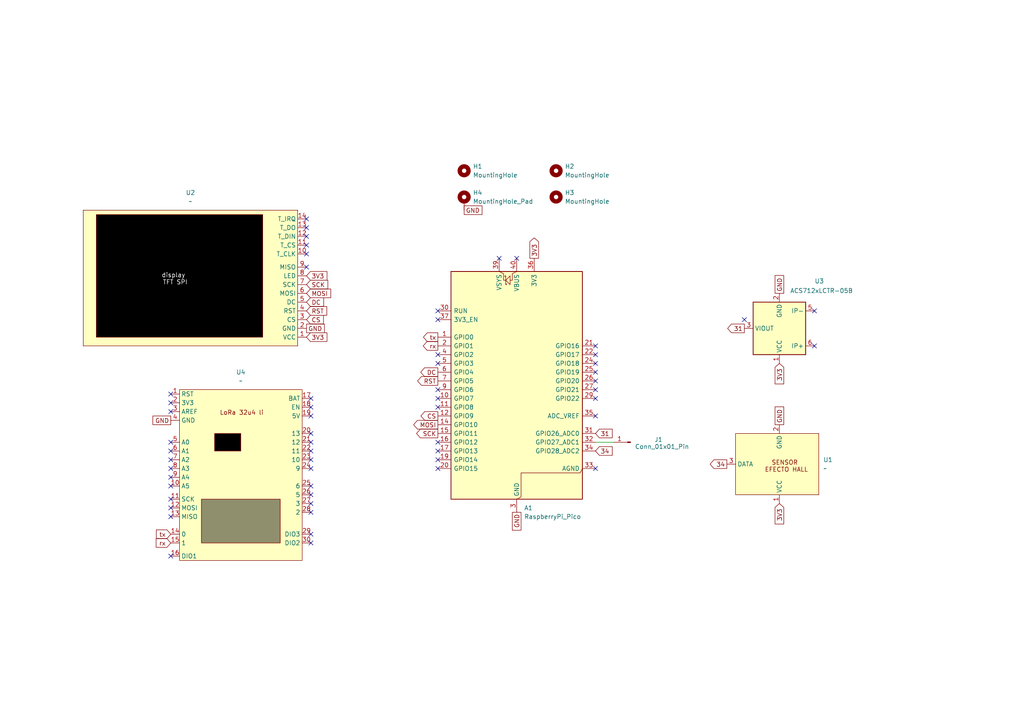
<source format=kicad_sch>
(kicad_sch (version 20250114) (generator "eeschema") (generator_version "9.0")
  (paper "A4")
  (title_block (title "Placa controladora Eco-Desafio") (date "2025-09-02") (rev "1") (company "Escuela Tecnica Roberto Rocca") (comment 1 "Bautista Otero"))
  (lib_symbols
    (symbol "Connector:Conn_01x01_Pin" (pin_names (offset 1.016) (hide yes))
      (property "Reference" "J" (at 0 2.54 0))
      (property "Value" "Conn_01x01_Pin" (at 0 -2.54 0))
      (symbol "Conn_01x01_Pin_1_1"
        (rectangle (start 0.8636 0.127) (end 0 -0.127) (stroke (width 0.1524)) (fill (type outline)))
        (polyline (pts (xy 1.27 0) (xy 0.8636 0)) (stroke (width 0.1524)))
        (pin passive line (at 5.08 0 180) (length 3.81) (name "Pin_1") (number "1"))
      )
    )
    (symbol "EXO:ACS712xLCTR-05B"
      (property "Reference" "U3" (at -12.954 -13.716 0))
      (property "Value" "ACS712xLCTR-05B" (at -21.336 -10.922 0))
      (symbol "ACS712xLCTR-05B_0_1"
        (rectangle (start -7.62 7.62) (end 7.62 -7.62) (stroke (width 0.254)) (fill (type background)))
      )
      (symbol "ACS712xLCTR-05B_1_1"
        (pin passive line (at -10.16 5.08 0) (length 2.54) (name "IP+") (number "6"))
        (pin passive line (at -10.16 5.08 0) (length 2.54) (hide yes) (name "IP+") (number "6"))
        (pin passive line (at -10.16 -5.08 0) (length 2.54) (name "IP-") (number "5"))
        (pin passive line (at -10.16 -5.08 0) (length 2.54) (hide yes) (name "IP-") (number "5"))
        (pin power_in line (at 0 10.16 270) (length 2.54) (name "VCC") (number "1"))
        (pin power_in line (at 0 -10.16 90) (length 2.54) (name "GND") (number "2"))
        (pin output line (at 10.16 0 180) (length 2.54) (name "VIOUT") (number "3"))
      )
    )
    (symbol "EXO:DISPLAY_TFT_SPI"
      (property "Reference" "U" (at 17.526 17.78 0))
      (symbol "DISPLAY_TFT_SPI_1_1"
        (rectangle (start -17.78 19.05) (end 44.45 -20.32) (fill (type background)))
        (rectangle (start -7.62 16.51) (end 40.64 -19.05) (fill (type color) (color 0 0 0 1)))
        (text "display \nTFT SPI\n" (at 17.78 -0.508 0) (effects (font (size 1.27 1.27))))
        (pin input line (at -20.32 16.51 0) (length 2.54) (name "VCC") (number "1"))
        (pin output line (at -20.32 13.97 0) (length 2.54) (name "GND") (number "2"))
        (pin input line (at -20.32 11.43 0) (length 2.54) (name "CS") (number "3"))
        (pin input line (at -20.32 8.89 0) (length 2.54) (name "RST") (number "4"))
        (pin input line (at -20.32 6.35 0) (length 2.54) (name "DC") (number "5"))
        (pin input line (at -20.32 3.81 0) (length 2.54) (name "MOSI") (number "6"))
        (pin input line (at -20.32 1.27 0) (length 2.54) (name "SCK") (number "7"))
        (pin input line (at -20.32 -1.27 0) (length 2.54) (name "LED") (number "8"))
        (pin output line (at -20.32 -3.81 0) (length 2.54) (name "MISO") (number "9"))
        (pin input line (at -20.32 -7.62 0) (length 2.54) (name "T_CLK") (number "10"))
        (pin input line (at -20.32 -10.16 0) (length 2.54) (name "T_CS") (number "11"))
        (pin input line (at -20.32 -12.7 0) (length 2.54) (name "T_DIN") (number "12"))
        (pin output line (at -20.32 -15.24 0) (length 2.54) (name "T_DO") (number "13"))
        (pin input line (at -20.32 -17.78 0) (length 2.54) (name "T_IRQ") (number "14"))
      )
    )
    (symbol "EXO:Lora32u4_Ii_915mhz"
      (property "Reference" "U" (at 0 0 0))
      (symbol "Lora32u4_Ii_915mhz_1_0"
        (pin bidirectional line (at 20.32 6.35 180) (length 2.54) (name "11") (number "22"))
      )
      (symbol "Lora32u4_Ii_915mhz_1_1"
        (rectangle (start -17.78 24.13) (end 17.78 -25.4) (fill (type background)))
        (rectangle (start -11.43 -7.62) (end 11.43 -20.32) (fill (type color) (color 143 143 109 1)))
        (rectangle (start -7.62 11.43) (end 0 6.35) (fill (type color) (color 0 0 0 1)))
        (text "LoRa 32u4 li\n" (at 0.254 17.526 0) (effects (font (size 1.27 1.27))))
        (pin input line (at -20.32 22.86 0) (length 2.54) (name "RST") (number "1"))
        (pin input line (at -20.32 20.32 0) (length 2.54) (name "3V3") (number "2"))
        (pin input line (at -20.32 17.78 0) (length 2.54) (name "AREF") (number "3"))
        (pin output line (at -20.32 15.24 0) (length 2.54) (name "GND") (number "4"))
        (pin bidirectional line (at -20.32 8.89 0) (length 2.54) (name "A0") (number "5"))
        (pin bidirectional line (at -20.32 6.35 0) (length 2.54) (name "A1") (number "6"))
        (pin bidirectional line (at -20.32 3.81 0) (length 2.54) (name "A2") (number "7"))
        (pin bidirectional line (at -20.32 1.27 0) (length 2.54) (name "A3") (number "8"))
        (pin bidirectional line (at -20.32 -1.27 0) (length 2.54) (name "A4") (number "9"))
        (pin bidirectional line (at -20.32 -3.81 0) (length 2.54) (name "A5") (number "10"))
        (pin output line (at -20.32 -7.62 0) (length 2.54) (name "SCK") (number "11"))
        (pin output line (at -20.32 -10.16 0) (length 2.54) (name "MOSI") (number "12"))
        (pin input line (at -20.32 -12.7 0) (length 2.54) (name "MISO") (number "13"))
        (pin input line (at -20.32 -17.78 0) (length 2.54) (name "0") (number "14"))
        (pin input line (at -20.32 -20.32 0) (length 2.54) (name "1") (number "15"))
        (pin input line (at -20.32 -24.13 0) (length 2.54) (name "DIO1") (number "16"))
        (pin bidirectional line (at 20.32 21.59 180) (length 2.54) (name "BAT") (number "17"))
        (pin bidirectional line (at 20.32 19.05 180) (length 2.54) (name "EN") (number "18"))
        (pin bidirectional line (at 20.32 16.51 180) (length 2.54) (name "5V") (number "19"))
        (pin bidirectional line (at 20.32 11.43 180) (length 2.54) (name "13") (number "20"))
        (pin bidirectional line (at 20.32 8.89 180) (length 2.54) (name "12") (number "21"))
        (pin bidirectional line (at 20.32 3.81 180) (length 2.54) (name "10") (number "23"))
        (pin bidirectional line (at 20.32 1.27 180) (length 2.54) (name "9") (number "24"))
        (pin bidirectional line (at 20.32 -3.81 180) (length 2.54) (name "6") (number "25"))
        (pin bidirectional line (at 20.32 -6.35 180) (length 2.54) (name "5") (number "26"))
        (pin bidirectional line (at 20.32 -8.89 180) (length 2.54) (name "3") (number "27"))
        (pin bidirectional line (at 20.32 -11.43 180) (length 2.54) (name "2") (number "28"))
        (pin bidirectional line (at 20.32 -17.78 180) (length 2.54) (name "DIO3") (number "29"))
        (pin bidirectional line (at 20.32 -20.32 180) (length 2.54) (name "DIO2") (number "30"))
      )
    )
    (symbol "EXO:SS40af"
      (property "Reference" "U" (at -2.54 3.81 0))
      (symbol "SS40af_1_1"
        (rectangle (start -11.43 8.89) (end 12.7 -8.89) (fill (type background)))
        (text "SENSOR \nEFECTO HALL" (at -2.032 0.508 0) (effects (font (size 1.27 1.27))))
        (pin input line (at 0 11.43 270) (length 2.54) (name "VCC") (number "1"))
        (pin output line (at 0 -11.43 90) (length 2.54) (name "GND") (number "2"))
        (pin output line (at 15.24 0 180) (length 2.54) (name "DATA") (number "3"))
      )
    )
    (symbol "MCU_Module:RaspberryPi_Pico" (pin_names (offset 0.762))
      (property "Reference" "A" (at -19.05 35.56 0))
      (property "Value" "RaspberryPi_Pico" (at 7.62 35.56 0))
      (symbol "RaspberryPi_Pico_0_1"
        (rectangle (start -19.05 34.29) (end 19.05 -31.75) (stroke (width 0.254)) (fill (type background)))
        (polyline (pts (xy -5.08 34.29) (xy -3.81 33.655) (xy -3.81 31.75) (xy -3.175 31.75)))
        (polyline (pts (xy -3.429 32.766) (xy -3.429 33.02) (xy -3.175 33.02) (xy -3.175 30.48) (xy -2.921 30.48) (xy -2.921 30.734)))
        (polyline (pts (xy -3.175 31.75) (xy -1.905 33.02) (xy -1.905 30.48) (xy -3.175 31.75)))
        (polyline (pts (xy 0 34.29) (xy -1.27 33.655) (xy -1.27 31.75) (xy -1.905 31.75)))
        (polyline (pts (xy 0 -31.75) (xy 1.27 -31.115) (xy 1.27 -24.13) (xy 18.415 -24.13) (xy 19.05 -22.86)))
      )
      (symbol "RaspberryPi_Pico_1_1"
        (pin passive line (at -22.86 22.86 0) (length 3.81) (name "RUN") (number "30"))
        (pin passive line (at -22.86 20.32 0) (length 3.81) (name "3V3_EN") (number "37"))
        (pin bidirectional line (at -22.86 15.24 0) (length 3.81) (name "GPIO0") (number "1"))
        (pin bidirectional line (at -22.86 12.7 0) (length 3.81) (name "GPIO1") (number "2"))
        (pin bidirectional line (at -22.86 10.16 0) (length 3.81) (name "GPIO2") (number "4"))
        (pin bidirectional line (at -22.86 7.62 0) (length 3.81) (name "GPIO3") (number "5"))
        (pin bidirectional line (at -22.86 5.08 0) (length 3.81) (name "GPIO4") (number "6"))
        (pin bidirectional line (at -22.86 2.54 0) (length 3.81) (name "GPIO5") (number "7"))
        (pin bidirectional line (at -22.86 0 0) (length 3.81) (name "GPIO6") (number "9"))
        (pin bidirectional line (at -22.86 -2.54 0) (length 3.81) (name "GPIO7") (number "10"))
        (pin bidirectional line (at -22.86 -5.08 0) (length 3.81) (name "GPIO8") (number "11"))
        (pin bidirectional line (at -22.86 -7.62 0) (length 3.81) (name "GPIO9") (number "12"))
        (pin bidirectional line (at -22.86 -10.16 0) (length 3.81) (name "GPIO10") (number "14"))
        (pin bidirectional line (at -22.86 -12.7 0) (length 3.81) (name "GPIO11") (number "15"))
        (pin bidirectional line (at -22.86 -15.24 0) (length 3.81) (name "GPIO12") (number "16"))
        (pin bidirectional line (at -22.86 -17.78 0) (length 3.81) (name "GPIO13") (number "17"))
        (pin bidirectional line (at -22.86 -20.32 0) (length 3.81) (name "GPIO14") (number "19"))
        (pin bidirectional line (at -22.86 -22.86 0) (length 3.81) (name "GPIO15") (number "20"))
        (pin power_in line (at -5.08 38.1 270) (length 3.81) (name "VSYS") (number "39"))
        (pin power_out line (at 0 38.1 270) (length 3.81) (name "VBUS") (number "40"))
        (pin passive line (at 0 -35.56 90) (length 3.81) (hide yes) (name "GND") (number "13"))
        (pin passive line (at 0 -35.56 90) (length 3.81) (hide yes) (name "GND") (number "18"))
        (pin passive line (at 0 -35.56 90) (length 3.81) (hide yes) (name "GND") (number "23"))
        (pin passive line (at 0 -35.56 90) (length 3.81) (hide yes) (name "GND") (number "28"))
        (pin power_out line (at 0 -35.56 90) (length 3.81) (name "GND") (number "3"))
        (pin passive line (at 0 -35.56 90) (length 3.81) (hide yes) (name "GND") (number "38"))
        (pin passive line (at 0 -35.56 90) (length 3.81) (hide yes) (name "GND") (number "8"))
        (pin power_out line (at 5.08 38.1 270) (length 3.81) (name "3V3") (number "36"))
        (pin bidirectional line (at 22.86 12.7 180) (length 3.81) (name "GPIO16") (number "21"))
        (pin bidirectional line (at 22.86 10.16 180) (length 3.81) (name "GPIO17") (number "22"))
        (pin bidirectional line (at 22.86 7.62 180) (length 3.81) (name "GPIO18") (number "24"))
        (pin bidirectional line (at 22.86 5.08 180) (length 3.81) (name "GPIO19") (number "25"))
        (pin bidirectional line (at 22.86 2.54 180) (length 3.81) (name "GPIO20") (number "26"))
        (pin bidirectional line (at 22.86 0 180) (length 3.81) (name "GPIO21") (number "27"))
        (pin bidirectional line (at 22.86 -2.54 180) (length 3.81) (name "GPIO22") (number "29"))
        (pin power_in line (at 22.86 -7.62 180) (length 3.81) (name "ADC_VREF") (number "35"))
        (pin bidirectional line (at 22.86 -12.7 180) (length 3.81) (name "GPIO26_ADC0") (number "31"))
        (pin bidirectional line (at 22.86 -15.24 180) (length 3.81) (name "GPIO27_ADC1") (number "32"))
        (pin bidirectional line (at 22.86 -17.78 180) (length 3.81) (name "GPIO28_ADC2") (number "34"))
        (pin power_out line (at 22.86 -22.86 180) (length 3.81) (name "AGND") (number "33"))
      )
    )
    (symbol "Mechanical:MountingHole" (pin_names (offset 1.016)) (in_bom no)
      (property "Reference" "H" (at 0 5.08 0))
      (property "Value" "MountingHole" (at 0 3.175 0))
      (symbol "MountingHole_0_1"
        (circle (center 0 0) (radius 1.27) (stroke (width 1.27)))
      )
    )
    (symbol "Mechanical:MountingHole_Pad" (pin_numbers (hide yes)) (pin_names (offset 1.016) (hide yes)) (in_bom no)
      (property "Reference" "H" (at 0 6.35 0))
      (property "Value" "MountingHole_Pad" (at 0 4.445 0))
      (symbol "MountingHole_Pad_0_1"
        (circle (center 0 1.27) (radius 1.27) (stroke (width 1.27)))
      )
      (symbol "MountingHole_Pad_1_1"
        (pin input line (at 0 -2.54 90) (length 2.54) (name "1") (number "1"))
      )
    )
  )
  (no_connect (at 90.17 128.27))
  (no_connect (at 172.72 113.03))
  (no_connect (at 215.9 92.71))
  (no_connect (at 127 102.87))
  (no_connect (at 49.53 133.35))
  (no_connect (at 49.53 119.38))
  (no_connect (at 127 135.89))
  (no_connect (at 49.53 130.81))
  (no_connect (at 172.72 105.41))
  (no_connect (at 90.17 140.97))
  (no_connect (at 90.17 143.51))
  (no_connect (at 172.72 115.57))
  (no_connect (at 49.53 147.32))
  (no_connect (at 144.78 74.93))
  (no_connect (at 49.53 138.43))
  (no_connect (at 49.53 116.84))
  (no_connect (at 127 105.41))
  (no_connect (at 90.17 146.05))
  (no_connect (at 90.17 125.73))
  (no_connect (at 127 130.81))
  (no_connect (at 127 90.17))
  (no_connect (at 127 92.71))
  (no_connect (at 90.17 130.81))
  (no_connect (at 127 118.11))
  (no_connect (at 172.72 102.87))
  (no_connect (at 90.17 148.59))
  (no_connect (at 90.17 135.89))
  (no_connect (at 127 128.27))
  (no_connect (at 127 113.03))
  (no_connect (at 90.17 118.11))
  (no_connect (at 127 115.57))
  (no_connect (at 88.9 68.58))
  (no_connect (at 172.72 107.95))
  (no_connect (at 88.9 71.12))
  (no_connect (at 90.17 115.57))
  (no_connect (at 88.9 73.66))
  (no_connect (at 88.9 63.5))
  (no_connect (at 172.72 100.33))
  (no_connect (at 149.86 74.93))
  (no_connect (at 236.22 90.17))
  (no_connect (at 90.17 154.94))
  (no_connect (at 49.53 149.86))
  (no_connect (at 127 133.35))
  (no_connect (at 172.72 135.89))
  (no_connect (at 90.17 157.48))
  (no_connect (at 49.53 114.3))
  (no_connect (at 90.17 120.65))
  (no_connect (at 49.53 144.78))
  (no_connect (at 88.9 66.04))
  (no_connect (at 172.72 120.65))
  (no_connect (at 49.53 128.27))
  (no_connect (at 90.17 133.35))
  (no_connect (at 49.53 161.29))
  (no_connect (at 49.53 135.89))
  (no_connect (at 236.22 100.33))
  (no_connect (at 49.53 140.97))
  (no_connect (at 172.72 110.49))
  (no_connect (at 88.9 77.47))
  (wire (pts (xy 172.72 128.27) (xy 177.8 128.27)))
  (global_label "34" (shape output) (at 210.82 134.62 180) (property "Intersheetrefs" "${INTERSHEET_REFS}" (effects (hide yes))))
  (global_label "tx" (shape output) (at 127 97.79 180) (property "Intersheetrefs" "${INTERSHEET_REFS}" (effects (hide yes))))
  (global_label "GND" (shape passive) (at 49.53 121.92 180) (property "Intersheetrefs" "${INTERSHEET_REFS}" (effects (hide yes))))
  (global_label "SCK" (shape output) (at 127 125.73 180) (property "Intersheetrefs" "${INTERSHEET_REFS}" (effects (hide yes))))
  (global_label "CS" (shape output) (at 127 120.65 180) (property "Intersheetrefs" "${INTERSHEET_REFS}" (effects (hide yes))))
  (global_label "RST" (shape input) (at 88.9 90.17 0) (property "Intersheetrefs" "${INTERSHEET_REFS}" (effects (hide yes))))
  (global_label "GND" (shape passive) (at 134.62 60.96 0) (property "Intersheetrefs" "${INTERSHEET_REFS}" (effects (hide yes))))
  (global_label "tx" (shape input) (at 49.53 154.94 180) (property "Intersheetrefs" "${INTERSHEET_REFS}" (effects (hide yes))))
  (global_label "MOSI" (shape input) (at 88.9 85.09 0) (property "Intersheetrefs" "${INTERSHEET_REFS}" (effects (hide yes))))
  (global_label "CS" (shape input) (at 88.9 92.71 0) (property "Intersheetrefs" "${INTERSHEET_REFS}" (effects (hide yes))))
  (global_label "DC" (shape input) (at 88.9 87.63 0) (property "Intersheetrefs" "${INTERSHEET_REFS}" (effects (hide yes))))
  (global_label "3V3" (shape output) (at 154.94 74.93 90) (property "Intersheetrefs" "${INTERSHEET_REFS}" (effects (hide yes))))
  (global_label "31" (shape output) (at 215.9 95.25 180) (property "Intersheetrefs" "${INTERSHEET_REFS}" (effects (hide yes))))
  (global_label "rx" (shape output) (at 127 100.33 180) (property "Intersheetrefs" "${INTERSHEET_REFS}" (effects (hide yes))))
  (global_label "GND" (shape passive) (at 226.06 123.19 90) (property "Intersheetrefs" "${INTERSHEET_REFS}" (effects (hide yes))))
  (global_label "DC" (shape output) (at 127 107.95 180) (property "Intersheetrefs" "${INTERSHEET_REFS}" (effects (hide yes))))
  (global_label "3V3" (shape input) (at 226.06 105.41 270) (property "Intersheetrefs" "${INTERSHEET_REFS}" (effects (hide yes))))
  (global_label "3V3" (shape input) (at 88.9 97.79 0) (property "Intersheetrefs" "${INTERSHEET_REFS}" (effects (hide yes))))
  (global_label "3V3" (shape input) (at 88.9 80.01 0) (property "Intersheetrefs" "${INTERSHEET_REFS}" (effects (hide yes))))
  (global_label "GND" (shape passive) (at 226.06 85.09 90) (property "Intersheetrefs" "${INTERSHEET_REFS}" (effects (hide yes))))
  (global_label "MOSI" (shape output) (at 127 123.19 180) (property "Intersheetrefs" "${INTERSHEET_REFS}" (effects (hide yes))))
  (global_label "31" (shape input) (at 172.72 125.73 0) (property "Intersheetrefs" "${INTERSHEET_REFS}" (effects (hide yes))))
  (global_label "GND" (shape passive) (at 88.9 95.25 0) (property "Intersheetrefs" "${INTERSHEET_REFS}" (effects (hide yes))))
  (global_label "SCK" (shape input) (at 88.9 82.55 0) (property "Intersheetrefs" "${INTERSHEET_REFS}" (effects (hide yes))))
  (global_label "34" (shape input) (at 172.72 130.81 0) (property "Intersheetrefs" "${INTERSHEET_REFS}" (effects (hide yes))))
  (global_label "RST" (shape output) (at 127 110.49 180) (property "Intersheetrefs" "${INTERSHEET_REFS}" (effects (hide yes))))
  (global_label "rx" (shape input) (at 49.53 157.48 180) (property "Intersheetrefs" "${INTERSHEET_REFS}" (effects (hide yes))))
  (global_label "GND" (shape passive) (at 149.86 148.59 270) (property "Intersheetrefs" "${INTERSHEET_REFS}" (effects (hide yes))))
  (global_label "3V3" (shape input) (at 226.06 146.05 270) (property "Intersheetrefs" "${INTERSHEET_REFS}" (effects (hide yes))))
  (symbol (lib_id "Mechanical:MountingHole") (at 161.29 57.15 0) (unit 1) (in_bom no)
    (property "Reference" "H3" (at 163.83 55.8799 0) (effects (justify left)))
    (property "Value" "MountingHole" (at 163.83 58.4199 0) (effects (justify left)))
    (property "Footprint" "MountingHole:MountingHole_2.7mm_M2.5" (effects (hide yes)))
    (property "Description" "Mounting Hole without connection" (effects (hide yes)))
  )
  (symbol (lib_id "Mechanical:MountingHole") (at 161.29 49.53 0) (unit 1) (in_bom no)
    (property "Reference" "H2" (at 163.83 48.2599 0) (effects (justify left)))
    (property "Value" "MountingHole" (at 163.83 50.7999 0) (effects (justify left)))
    (property "Footprint" "MountingHole:MountingHole_2.7mm_M2.5" (effects (hide yes)))
    (property "Description" "Mounting Hole without connection" (effects (hide yes)))
  )
  (symbol (lib_id "Mechanical:MountingHole_Pad") (at 134.62 58.42 0) (unit 1) (in_bom no)
    (property "Reference" "H4" (at 137.16 55.8799 0) (effects (justify left)))
    (property "Value" "MountingHole_Pad" (at 137.16 58.4199 0) (effects (justify left)))
    (property "Footprint" "MountingHole:MountingHole_2.7mm_M2.5_ISO14580_Pad" (effects (hide yes)))
    (property "Description" "Mounting Hole with connection" (effects (hide yes)))
  )
  (symbol (lib_id "Connector:Conn_01x01_Pin") (at 182.88 128.27 180) (unit 1)
    (property "Reference" "J1" (at 191.008 127.508 0))
    (property "Value" "Conn_01x01_Pin" (at 192.024 129.54 0))
    (property "Footprint" "Connector_Pin:Pin_D0.7mm_L6.5mm_W1.8mm_FlatFork" (effects (hide yes)))
    (property "Description" "Generic connector, single row, 01x01, script generated" (effects (hide yes)))
  )
  (symbol (lib_id "EXO:DISPLAY_TFT_SPI") (at 68.58 81.28 180) (unit 1)
    (property "Reference" "U2" (at 55.245 55.88 0))
    (property "Value" "~" (at 55.245 58.42 0))
    (property "Footprint" "ECO:TFT SPI" (effects (hide yes)))
  )
  (symbol (lib_id "MCU_Module:RaspberryPi_Pico") (at 149.86 113.03 0) (unit 1)
    (property "Reference" "A1" (at 152.0033 147.32 0) (effects (justify left)))
    (property "Value" "RaspberryPi_Pico" (at 152.0033 149.86 0) (effects (justify left)))
    (property "Footprint" "Module:RaspberryPi_Pico_Common_Unspecified" (effects (hide yes)))
    (property "Datasheet" "https://datasheets.raspberrypi.com/pico/pico-datasheet.pdf" (effects (hide yes)))
    (property "Description" "Versatile and inexpensive microcontroller module powered by RP2040 dual-core Arm Cortex-M0+ processor up to 133 MHz, 264kB SRAM, 2MB QSPI flash; also supports Raspberry Pi Pico 2" (effects (hide yes)))
  )
  (symbol (lib_id "Mechanical:MountingHole") (at 134.62 49.53 0) (unit 1) (in_bom no)
    (property "Reference" "H1" (at 137.16 48.2599 0) (effects (justify left)))
    (property "Value" "MountingHole" (at 137.16 50.7999 0) (effects (justify left)))
    (property "Footprint" "MountingHole:MountingHole_2.7mm_M2.5" (effects (hide yes)))
    (property "Description" "Mounting Hole without connection" (effects (hide yes)))
  )
  (symbol (lib_id "EXO:ACS712xLCTR-05B") (at 226.06 95.25 180) (unit 1)
    (property "Reference" "U3" (at 239.014 81.534 0) (effects (justify left)))
    (property "Value" "ACS712xLCTR-05B" (at 247.396 84.328 0) (effects (justify left)))
    (property "Footprint" "Connector_PinHeader_1.00mm:PinHeader_1x03_P1.00mm_Vertical" (effects (hide yes)))
    (property "Datasheet" "http://www.allegromicro.com/~/media/Files/Datasheets/ACS712-Datasheet.ashx?la=en" (effects (hide yes)))
    (property "Description" "±5A Bidirectional Hall-Effect Current Sensor, +5.0V supply, 185mV/A, SOIC-8" (effects (hide yes)))
  )
  (symbol (lib_id "EXO:Lora32u4_Ii_915mhz") (at 69.85 137.16 0) (unit 1)
    (property "Reference" "U4" (at 69.85 107.95 0))
    (property "Value" "~" (at 69.85 110.49 0))
    (property "Footprint" "ECO:LoRa" (effects (hide yes)))
  )
  (symbol (lib_id "EXO:SS40af") (at 226.06 134.62 180) (unit 1)
    (property "Reference" "U1" (at 238.76 133.3499 0) (effects (justify right)))
    (property "Value" "~" (at 238.76 135.8899 0) (effects (justify right)))
    (property "Footprint" "Package_TO_SOT_THT:TO-92_Inline_Wide" (effects (hide yes)))
  )
)
</source>
